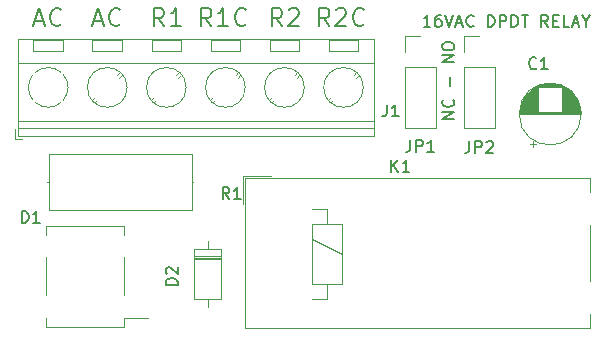
<source format=gbr>
%TF.GenerationSoftware,KiCad,Pcbnew,7.0.5*%
%TF.CreationDate,2023-09-05T23:41:28-04:00*%
%TF.ProjectId,relay-module,72656c61-792d-46d6-9f64-756c652e6b69,rev?*%
%TF.SameCoordinates,Original*%
%TF.FileFunction,Legend,Top*%
%TF.FilePolarity,Positive*%
%FSLAX46Y46*%
G04 Gerber Fmt 4.6, Leading zero omitted, Abs format (unit mm)*
G04 Created by KiCad (PCBNEW 7.0.5) date 2023-09-05 23:41:28*
%MOMM*%
%LPD*%
G01*
G04 APERTURE LIST*
%ADD10C,0.150000*%
%ADD11C,0.120000*%
G04 APERTURE END LIST*
D10*
X136860588Y-119869819D02*
X136289160Y-119869819D01*
X136574874Y-119869819D02*
X136574874Y-118869819D01*
X136574874Y-118869819D02*
X136479636Y-119012676D01*
X136479636Y-119012676D02*
X136384398Y-119107914D01*
X136384398Y-119107914D02*
X136289160Y-119155533D01*
X137717731Y-118869819D02*
X137527255Y-118869819D01*
X137527255Y-118869819D02*
X137432017Y-118917438D01*
X137432017Y-118917438D02*
X137384398Y-118965057D01*
X137384398Y-118965057D02*
X137289160Y-119107914D01*
X137289160Y-119107914D02*
X137241541Y-119298390D01*
X137241541Y-119298390D02*
X137241541Y-119679342D01*
X137241541Y-119679342D02*
X137289160Y-119774580D01*
X137289160Y-119774580D02*
X137336779Y-119822200D01*
X137336779Y-119822200D02*
X137432017Y-119869819D01*
X137432017Y-119869819D02*
X137622493Y-119869819D01*
X137622493Y-119869819D02*
X137717731Y-119822200D01*
X137717731Y-119822200D02*
X137765350Y-119774580D01*
X137765350Y-119774580D02*
X137812969Y-119679342D01*
X137812969Y-119679342D02*
X137812969Y-119441247D01*
X137812969Y-119441247D02*
X137765350Y-119346009D01*
X137765350Y-119346009D02*
X137717731Y-119298390D01*
X137717731Y-119298390D02*
X137622493Y-119250771D01*
X137622493Y-119250771D02*
X137432017Y-119250771D01*
X137432017Y-119250771D02*
X137336779Y-119298390D01*
X137336779Y-119298390D02*
X137289160Y-119346009D01*
X137289160Y-119346009D02*
X137241541Y-119441247D01*
X138098684Y-118869819D02*
X138432017Y-119869819D01*
X138432017Y-119869819D02*
X138765350Y-118869819D01*
X139051065Y-119584104D02*
X139527255Y-119584104D01*
X138955827Y-119869819D02*
X139289160Y-118869819D01*
X139289160Y-118869819D02*
X139622493Y-119869819D01*
X140527255Y-119774580D02*
X140479636Y-119822200D01*
X140479636Y-119822200D02*
X140336779Y-119869819D01*
X140336779Y-119869819D02*
X140241541Y-119869819D01*
X140241541Y-119869819D02*
X140098684Y-119822200D01*
X140098684Y-119822200D02*
X140003446Y-119726961D01*
X140003446Y-119726961D02*
X139955827Y-119631723D01*
X139955827Y-119631723D02*
X139908208Y-119441247D01*
X139908208Y-119441247D02*
X139908208Y-119298390D01*
X139908208Y-119298390D02*
X139955827Y-119107914D01*
X139955827Y-119107914D02*
X140003446Y-119012676D01*
X140003446Y-119012676D02*
X140098684Y-118917438D01*
X140098684Y-118917438D02*
X140241541Y-118869819D01*
X140241541Y-118869819D02*
X140336779Y-118869819D01*
X140336779Y-118869819D02*
X140479636Y-118917438D01*
X140479636Y-118917438D02*
X140527255Y-118965057D01*
X141717732Y-119869819D02*
X141717732Y-118869819D01*
X141717732Y-118869819D02*
X141955827Y-118869819D01*
X141955827Y-118869819D02*
X142098684Y-118917438D01*
X142098684Y-118917438D02*
X142193922Y-119012676D01*
X142193922Y-119012676D02*
X142241541Y-119107914D01*
X142241541Y-119107914D02*
X142289160Y-119298390D01*
X142289160Y-119298390D02*
X142289160Y-119441247D01*
X142289160Y-119441247D02*
X142241541Y-119631723D01*
X142241541Y-119631723D02*
X142193922Y-119726961D01*
X142193922Y-119726961D02*
X142098684Y-119822200D01*
X142098684Y-119822200D02*
X141955827Y-119869819D01*
X141955827Y-119869819D02*
X141717732Y-119869819D01*
X142717732Y-119869819D02*
X142717732Y-118869819D01*
X142717732Y-118869819D02*
X143098684Y-118869819D01*
X143098684Y-118869819D02*
X143193922Y-118917438D01*
X143193922Y-118917438D02*
X143241541Y-118965057D01*
X143241541Y-118965057D02*
X143289160Y-119060295D01*
X143289160Y-119060295D02*
X143289160Y-119203152D01*
X143289160Y-119203152D02*
X143241541Y-119298390D01*
X143241541Y-119298390D02*
X143193922Y-119346009D01*
X143193922Y-119346009D02*
X143098684Y-119393628D01*
X143098684Y-119393628D02*
X142717732Y-119393628D01*
X143717732Y-119869819D02*
X143717732Y-118869819D01*
X143717732Y-118869819D02*
X143955827Y-118869819D01*
X143955827Y-118869819D02*
X144098684Y-118917438D01*
X144098684Y-118917438D02*
X144193922Y-119012676D01*
X144193922Y-119012676D02*
X144241541Y-119107914D01*
X144241541Y-119107914D02*
X144289160Y-119298390D01*
X144289160Y-119298390D02*
X144289160Y-119441247D01*
X144289160Y-119441247D02*
X144241541Y-119631723D01*
X144241541Y-119631723D02*
X144193922Y-119726961D01*
X144193922Y-119726961D02*
X144098684Y-119822200D01*
X144098684Y-119822200D02*
X143955827Y-119869819D01*
X143955827Y-119869819D02*
X143717732Y-119869819D01*
X144574875Y-118869819D02*
X145146303Y-118869819D01*
X144860589Y-119869819D02*
X144860589Y-118869819D01*
X146812970Y-119869819D02*
X146479637Y-119393628D01*
X146241542Y-119869819D02*
X146241542Y-118869819D01*
X146241542Y-118869819D02*
X146622494Y-118869819D01*
X146622494Y-118869819D02*
X146717732Y-118917438D01*
X146717732Y-118917438D02*
X146765351Y-118965057D01*
X146765351Y-118965057D02*
X146812970Y-119060295D01*
X146812970Y-119060295D02*
X146812970Y-119203152D01*
X146812970Y-119203152D02*
X146765351Y-119298390D01*
X146765351Y-119298390D02*
X146717732Y-119346009D01*
X146717732Y-119346009D02*
X146622494Y-119393628D01*
X146622494Y-119393628D02*
X146241542Y-119393628D01*
X147241542Y-119346009D02*
X147574875Y-119346009D01*
X147717732Y-119869819D02*
X147241542Y-119869819D01*
X147241542Y-119869819D02*
X147241542Y-118869819D01*
X147241542Y-118869819D02*
X147717732Y-118869819D01*
X148622494Y-119869819D02*
X148146304Y-119869819D01*
X148146304Y-119869819D02*
X148146304Y-118869819D01*
X148908209Y-119584104D02*
X149384399Y-119584104D01*
X148812971Y-119869819D02*
X149146304Y-118869819D01*
X149146304Y-118869819D02*
X149479637Y-119869819D01*
X150003447Y-119393628D02*
X150003447Y-119869819D01*
X149670114Y-118869819D02*
X150003447Y-119393628D01*
X150003447Y-119393628D02*
X150336780Y-118869819D01*
X118312969Y-119808628D02*
X117812969Y-119094342D01*
X117455826Y-119808628D02*
X117455826Y-118308628D01*
X117455826Y-118308628D02*
X118027255Y-118308628D01*
X118027255Y-118308628D02*
X118170112Y-118380057D01*
X118170112Y-118380057D02*
X118241541Y-118451485D01*
X118241541Y-118451485D02*
X118312969Y-118594342D01*
X118312969Y-118594342D02*
X118312969Y-118808628D01*
X118312969Y-118808628D02*
X118241541Y-118951485D01*
X118241541Y-118951485D02*
X118170112Y-119022914D01*
X118170112Y-119022914D02*
X118027255Y-119094342D01*
X118027255Y-119094342D02*
X117455826Y-119094342D01*
X119741541Y-119808628D02*
X118884398Y-119808628D01*
X119312969Y-119808628D02*
X119312969Y-118308628D01*
X119312969Y-118308628D02*
X119170112Y-118522914D01*
X119170112Y-118522914D02*
X119027255Y-118665771D01*
X119027255Y-118665771D02*
X118884398Y-118737200D01*
X121241540Y-119665771D02*
X121170112Y-119737200D01*
X121170112Y-119737200D02*
X120955826Y-119808628D01*
X120955826Y-119808628D02*
X120812969Y-119808628D01*
X120812969Y-119808628D02*
X120598683Y-119737200D01*
X120598683Y-119737200D02*
X120455826Y-119594342D01*
X120455826Y-119594342D02*
X120384397Y-119451485D01*
X120384397Y-119451485D02*
X120312969Y-119165771D01*
X120312969Y-119165771D02*
X120312969Y-118951485D01*
X120312969Y-118951485D02*
X120384397Y-118665771D01*
X120384397Y-118665771D02*
X120455826Y-118522914D01*
X120455826Y-118522914D02*
X120598683Y-118380057D01*
X120598683Y-118380057D02*
X120812969Y-118308628D01*
X120812969Y-118308628D02*
X120955826Y-118308628D01*
X120955826Y-118308628D02*
X121170112Y-118380057D01*
X121170112Y-118380057D02*
X121241540Y-118451485D01*
X124312969Y-119808628D02*
X123812969Y-119094342D01*
X123455826Y-119808628D02*
X123455826Y-118308628D01*
X123455826Y-118308628D02*
X124027255Y-118308628D01*
X124027255Y-118308628D02*
X124170112Y-118380057D01*
X124170112Y-118380057D02*
X124241541Y-118451485D01*
X124241541Y-118451485D02*
X124312969Y-118594342D01*
X124312969Y-118594342D02*
X124312969Y-118808628D01*
X124312969Y-118808628D02*
X124241541Y-118951485D01*
X124241541Y-118951485D02*
X124170112Y-119022914D01*
X124170112Y-119022914D02*
X124027255Y-119094342D01*
X124027255Y-119094342D02*
X123455826Y-119094342D01*
X124884398Y-118451485D02*
X124955826Y-118380057D01*
X124955826Y-118380057D02*
X125098684Y-118308628D01*
X125098684Y-118308628D02*
X125455826Y-118308628D01*
X125455826Y-118308628D02*
X125598684Y-118380057D01*
X125598684Y-118380057D02*
X125670112Y-118451485D01*
X125670112Y-118451485D02*
X125741541Y-118594342D01*
X125741541Y-118594342D02*
X125741541Y-118737200D01*
X125741541Y-118737200D02*
X125670112Y-118951485D01*
X125670112Y-118951485D02*
X124812969Y-119808628D01*
X124812969Y-119808628D02*
X125741541Y-119808628D01*
X114312969Y-119808628D02*
X113812969Y-119094342D01*
X113455826Y-119808628D02*
X113455826Y-118308628D01*
X113455826Y-118308628D02*
X114027255Y-118308628D01*
X114027255Y-118308628D02*
X114170112Y-118380057D01*
X114170112Y-118380057D02*
X114241541Y-118451485D01*
X114241541Y-118451485D02*
X114312969Y-118594342D01*
X114312969Y-118594342D02*
X114312969Y-118808628D01*
X114312969Y-118808628D02*
X114241541Y-118951485D01*
X114241541Y-118951485D02*
X114170112Y-119022914D01*
X114170112Y-119022914D02*
X114027255Y-119094342D01*
X114027255Y-119094342D02*
X113455826Y-119094342D01*
X115741541Y-119808628D02*
X114884398Y-119808628D01*
X115312969Y-119808628D02*
X115312969Y-118308628D01*
X115312969Y-118308628D02*
X115170112Y-118522914D01*
X115170112Y-118522914D02*
X115027255Y-118665771D01*
X115027255Y-118665771D02*
X114884398Y-118737200D01*
X128312969Y-119808628D02*
X127812969Y-119094342D01*
X127455826Y-119808628D02*
X127455826Y-118308628D01*
X127455826Y-118308628D02*
X128027255Y-118308628D01*
X128027255Y-118308628D02*
X128170112Y-118380057D01*
X128170112Y-118380057D02*
X128241541Y-118451485D01*
X128241541Y-118451485D02*
X128312969Y-118594342D01*
X128312969Y-118594342D02*
X128312969Y-118808628D01*
X128312969Y-118808628D02*
X128241541Y-118951485D01*
X128241541Y-118951485D02*
X128170112Y-119022914D01*
X128170112Y-119022914D02*
X128027255Y-119094342D01*
X128027255Y-119094342D02*
X127455826Y-119094342D01*
X128884398Y-118451485D02*
X128955826Y-118380057D01*
X128955826Y-118380057D02*
X129098684Y-118308628D01*
X129098684Y-118308628D02*
X129455826Y-118308628D01*
X129455826Y-118308628D02*
X129598684Y-118380057D01*
X129598684Y-118380057D02*
X129670112Y-118451485D01*
X129670112Y-118451485D02*
X129741541Y-118594342D01*
X129741541Y-118594342D02*
X129741541Y-118737200D01*
X129741541Y-118737200D02*
X129670112Y-118951485D01*
X129670112Y-118951485D02*
X128812969Y-119808628D01*
X128812969Y-119808628D02*
X129741541Y-119808628D01*
X131241540Y-119665771D02*
X131170112Y-119737200D01*
X131170112Y-119737200D02*
X130955826Y-119808628D01*
X130955826Y-119808628D02*
X130812969Y-119808628D01*
X130812969Y-119808628D02*
X130598683Y-119737200D01*
X130598683Y-119737200D02*
X130455826Y-119594342D01*
X130455826Y-119594342D02*
X130384397Y-119451485D01*
X130384397Y-119451485D02*
X130312969Y-119165771D01*
X130312969Y-119165771D02*
X130312969Y-118951485D01*
X130312969Y-118951485D02*
X130384397Y-118665771D01*
X130384397Y-118665771D02*
X130455826Y-118522914D01*
X130455826Y-118522914D02*
X130598683Y-118380057D01*
X130598683Y-118380057D02*
X130812969Y-118308628D01*
X130812969Y-118308628D02*
X130955826Y-118308628D01*
X130955826Y-118308628D02*
X131170112Y-118380057D01*
X131170112Y-118380057D02*
X131241540Y-118451485D01*
X138869819Y-127663220D02*
X137869819Y-127663220D01*
X137869819Y-127663220D02*
X138869819Y-127091792D01*
X138869819Y-127091792D02*
X137869819Y-127091792D01*
X138774580Y-126044173D02*
X138822200Y-126091792D01*
X138822200Y-126091792D02*
X138869819Y-126234649D01*
X138869819Y-126234649D02*
X138869819Y-126329887D01*
X138869819Y-126329887D02*
X138822200Y-126472744D01*
X138822200Y-126472744D02*
X138726961Y-126567982D01*
X138726961Y-126567982D02*
X138631723Y-126615601D01*
X138631723Y-126615601D02*
X138441247Y-126663220D01*
X138441247Y-126663220D02*
X138298390Y-126663220D01*
X138298390Y-126663220D02*
X138107914Y-126615601D01*
X138107914Y-126615601D02*
X138012676Y-126567982D01*
X138012676Y-126567982D02*
X137917438Y-126472744D01*
X137917438Y-126472744D02*
X137869819Y-126329887D01*
X137869819Y-126329887D02*
X137869819Y-126234649D01*
X137869819Y-126234649D02*
X137917438Y-126091792D01*
X137917438Y-126091792D02*
X137965057Y-126044173D01*
X138488866Y-124853696D02*
X138488866Y-124091792D01*
X138869819Y-122853696D02*
X137869819Y-122853696D01*
X137869819Y-122853696D02*
X138869819Y-122282268D01*
X138869819Y-122282268D02*
X137869819Y-122282268D01*
X137869819Y-121615601D02*
X137869819Y-121425125D01*
X137869819Y-121425125D02*
X137917438Y-121329887D01*
X137917438Y-121329887D02*
X138012676Y-121234649D01*
X138012676Y-121234649D02*
X138203152Y-121187030D01*
X138203152Y-121187030D02*
X138536485Y-121187030D01*
X138536485Y-121187030D02*
X138726961Y-121234649D01*
X138726961Y-121234649D02*
X138822200Y-121329887D01*
X138822200Y-121329887D02*
X138869819Y-121425125D01*
X138869819Y-121425125D02*
X138869819Y-121615601D01*
X138869819Y-121615601D02*
X138822200Y-121710839D01*
X138822200Y-121710839D02*
X138726961Y-121806077D01*
X138726961Y-121806077D02*
X138536485Y-121853696D01*
X138536485Y-121853696D02*
X138203152Y-121853696D01*
X138203152Y-121853696D02*
X138012676Y-121806077D01*
X138012676Y-121806077D02*
X137917438Y-121710839D01*
X137917438Y-121710839D02*
X137869819Y-121615601D01*
X103384398Y-119380057D02*
X104098684Y-119380057D01*
X103241541Y-119808628D02*
X103741541Y-118308628D01*
X103741541Y-118308628D02*
X104241541Y-119808628D01*
X105598683Y-119665771D02*
X105527255Y-119737200D01*
X105527255Y-119737200D02*
X105312969Y-119808628D01*
X105312969Y-119808628D02*
X105170112Y-119808628D01*
X105170112Y-119808628D02*
X104955826Y-119737200D01*
X104955826Y-119737200D02*
X104812969Y-119594342D01*
X104812969Y-119594342D02*
X104741540Y-119451485D01*
X104741540Y-119451485D02*
X104670112Y-119165771D01*
X104670112Y-119165771D02*
X104670112Y-118951485D01*
X104670112Y-118951485D02*
X104741540Y-118665771D01*
X104741540Y-118665771D02*
X104812969Y-118522914D01*
X104812969Y-118522914D02*
X104955826Y-118380057D01*
X104955826Y-118380057D02*
X105170112Y-118308628D01*
X105170112Y-118308628D02*
X105312969Y-118308628D01*
X105312969Y-118308628D02*
X105527255Y-118380057D01*
X105527255Y-118380057D02*
X105598683Y-118451485D01*
X108384398Y-119380057D02*
X109098684Y-119380057D01*
X108241541Y-119808628D02*
X108741541Y-118308628D01*
X108741541Y-118308628D02*
X109241541Y-119808628D01*
X110598683Y-119665771D02*
X110527255Y-119737200D01*
X110527255Y-119737200D02*
X110312969Y-119808628D01*
X110312969Y-119808628D02*
X110170112Y-119808628D01*
X110170112Y-119808628D02*
X109955826Y-119737200D01*
X109955826Y-119737200D02*
X109812969Y-119594342D01*
X109812969Y-119594342D02*
X109741540Y-119451485D01*
X109741540Y-119451485D02*
X109670112Y-119165771D01*
X109670112Y-119165771D02*
X109670112Y-118951485D01*
X109670112Y-118951485D02*
X109741540Y-118665771D01*
X109741540Y-118665771D02*
X109812969Y-118522914D01*
X109812969Y-118522914D02*
X109955826Y-118380057D01*
X109955826Y-118380057D02*
X110170112Y-118308628D01*
X110170112Y-118308628D02*
X110312969Y-118308628D01*
X110312969Y-118308628D02*
X110527255Y-118380057D01*
X110527255Y-118380057D02*
X110598683Y-118451485D01*
%TO.C,JP2*%
X140166666Y-129534819D02*
X140166666Y-130249104D01*
X140166666Y-130249104D02*
X140119047Y-130391961D01*
X140119047Y-130391961D02*
X140023809Y-130487200D01*
X140023809Y-130487200D02*
X139880952Y-130534819D01*
X139880952Y-130534819D02*
X139785714Y-130534819D01*
X140642857Y-130534819D02*
X140642857Y-129534819D01*
X140642857Y-129534819D02*
X141023809Y-129534819D01*
X141023809Y-129534819D02*
X141119047Y-129582438D01*
X141119047Y-129582438D02*
X141166666Y-129630057D01*
X141166666Y-129630057D02*
X141214285Y-129725295D01*
X141214285Y-129725295D02*
X141214285Y-129868152D01*
X141214285Y-129868152D02*
X141166666Y-129963390D01*
X141166666Y-129963390D02*
X141119047Y-130011009D01*
X141119047Y-130011009D02*
X141023809Y-130058628D01*
X141023809Y-130058628D02*
X140642857Y-130058628D01*
X141595238Y-129630057D02*
X141642857Y-129582438D01*
X141642857Y-129582438D02*
X141738095Y-129534819D01*
X141738095Y-129534819D02*
X141976190Y-129534819D01*
X141976190Y-129534819D02*
X142071428Y-129582438D01*
X142071428Y-129582438D02*
X142119047Y-129630057D01*
X142119047Y-129630057D02*
X142166666Y-129725295D01*
X142166666Y-129725295D02*
X142166666Y-129820533D01*
X142166666Y-129820533D02*
X142119047Y-129963390D01*
X142119047Y-129963390D02*
X141547619Y-130534819D01*
X141547619Y-130534819D02*
X142166666Y-130534819D01*
%TO.C,R1*%
X119833333Y-134454819D02*
X119500000Y-133978628D01*
X119261905Y-134454819D02*
X119261905Y-133454819D01*
X119261905Y-133454819D02*
X119642857Y-133454819D01*
X119642857Y-133454819D02*
X119738095Y-133502438D01*
X119738095Y-133502438D02*
X119785714Y-133550057D01*
X119785714Y-133550057D02*
X119833333Y-133645295D01*
X119833333Y-133645295D02*
X119833333Y-133788152D01*
X119833333Y-133788152D02*
X119785714Y-133883390D01*
X119785714Y-133883390D02*
X119738095Y-133931009D01*
X119738095Y-133931009D02*
X119642857Y-133978628D01*
X119642857Y-133978628D02*
X119261905Y-133978628D01*
X120785714Y-134454819D02*
X120214286Y-134454819D01*
X120500000Y-134454819D02*
X120500000Y-133454819D01*
X120500000Y-133454819D02*
X120404762Y-133597676D01*
X120404762Y-133597676D02*
X120309524Y-133692914D01*
X120309524Y-133692914D02*
X120214286Y-133740533D01*
%TO.C,K1*%
X133554405Y-132147319D02*
X133554405Y-131147319D01*
X134125833Y-132147319D02*
X133697262Y-131575890D01*
X134125833Y-131147319D02*
X133554405Y-131718747D01*
X135078214Y-132147319D02*
X134506786Y-132147319D01*
X134792500Y-132147319D02*
X134792500Y-131147319D01*
X134792500Y-131147319D02*
X134697262Y-131290176D01*
X134697262Y-131290176D02*
X134602024Y-131385414D01*
X134602024Y-131385414D02*
X134506786Y-131433033D01*
%TO.C,JP1*%
X135166666Y-129454819D02*
X135166666Y-130169104D01*
X135166666Y-130169104D02*
X135119047Y-130311961D01*
X135119047Y-130311961D02*
X135023809Y-130407200D01*
X135023809Y-130407200D02*
X134880952Y-130454819D01*
X134880952Y-130454819D02*
X134785714Y-130454819D01*
X135642857Y-130454819D02*
X135642857Y-129454819D01*
X135642857Y-129454819D02*
X136023809Y-129454819D01*
X136023809Y-129454819D02*
X136119047Y-129502438D01*
X136119047Y-129502438D02*
X136166666Y-129550057D01*
X136166666Y-129550057D02*
X136214285Y-129645295D01*
X136214285Y-129645295D02*
X136214285Y-129788152D01*
X136214285Y-129788152D02*
X136166666Y-129883390D01*
X136166666Y-129883390D02*
X136119047Y-129931009D01*
X136119047Y-129931009D02*
X136023809Y-129978628D01*
X136023809Y-129978628D02*
X135642857Y-129978628D01*
X137166666Y-130454819D02*
X136595238Y-130454819D01*
X136880952Y-130454819D02*
X136880952Y-129454819D01*
X136880952Y-129454819D02*
X136785714Y-129597676D01*
X136785714Y-129597676D02*
X136690476Y-129692914D01*
X136690476Y-129692914D02*
X136595238Y-129740533D01*
%TO.C,J1*%
X133166666Y-126454819D02*
X133166666Y-127169104D01*
X133166666Y-127169104D02*
X133119047Y-127311961D01*
X133119047Y-127311961D02*
X133023809Y-127407200D01*
X133023809Y-127407200D02*
X132880952Y-127454819D01*
X132880952Y-127454819D02*
X132785714Y-127454819D01*
X134166666Y-127454819D02*
X133595238Y-127454819D01*
X133880952Y-127454819D02*
X133880952Y-126454819D01*
X133880952Y-126454819D02*
X133785714Y-126597676D01*
X133785714Y-126597676D02*
X133690476Y-126692914D01*
X133690476Y-126692914D02*
X133595238Y-126740533D01*
%TO.C,D2*%
X115454819Y-141738094D02*
X114454819Y-141738094D01*
X114454819Y-141738094D02*
X114454819Y-141499999D01*
X114454819Y-141499999D02*
X114502438Y-141357142D01*
X114502438Y-141357142D02*
X114597676Y-141261904D01*
X114597676Y-141261904D02*
X114692914Y-141214285D01*
X114692914Y-141214285D02*
X114883390Y-141166666D01*
X114883390Y-141166666D02*
X115026247Y-141166666D01*
X115026247Y-141166666D02*
X115216723Y-141214285D01*
X115216723Y-141214285D02*
X115311961Y-141261904D01*
X115311961Y-141261904D02*
X115407200Y-141357142D01*
X115407200Y-141357142D02*
X115454819Y-141499999D01*
X115454819Y-141499999D02*
X115454819Y-141738094D01*
X114550057Y-140785713D02*
X114502438Y-140738094D01*
X114502438Y-140738094D02*
X114454819Y-140642856D01*
X114454819Y-140642856D02*
X114454819Y-140404761D01*
X114454819Y-140404761D02*
X114502438Y-140309523D01*
X114502438Y-140309523D02*
X114550057Y-140261904D01*
X114550057Y-140261904D02*
X114645295Y-140214285D01*
X114645295Y-140214285D02*
X114740533Y-140214285D01*
X114740533Y-140214285D02*
X114883390Y-140261904D01*
X114883390Y-140261904D02*
X115454819Y-140833332D01*
X115454819Y-140833332D02*
X115454819Y-140214285D01*
%TO.C,D1*%
X102261905Y-136454819D02*
X102261905Y-135454819D01*
X102261905Y-135454819D02*
X102500000Y-135454819D01*
X102500000Y-135454819D02*
X102642857Y-135502438D01*
X102642857Y-135502438D02*
X102738095Y-135597676D01*
X102738095Y-135597676D02*
X102785714Y-135692914D01*
X102785714Y-135692914D02*
X102833333Y-135883390D01*
X102833333Y-135883390D02*
X102833333Y-136026247D01*
X102833333Y-136026247D02*
X102785714Y-136216723D01*
X102785714Y-136216723D02*
X102738095Y-136311961D01*
X102738095Y-136311961D02*
X102642857Y-136407200D01*
X102642857Y-136407200D02*
X102500000Y-136454819D01*
X102500000Y-136454819D02*
X102261905Y-136454819D01*
X103785714Y-136454819D02*
X103214286Y-136454819D01*
X103500000Y-136454819D02*
X103500000Y-135454819D01*
X103500000Y-135454819D02*
X103404762Y-135597676D01*
X103404762Y-135597676D02*
X103309524Y-135692914D01*
X103309524Y-135692914D02*
X103214286Y-135740533D01*
%TO.C,C1*%
X145833333Y-123359580D02*
X145785714Y-123407200D01*
X145785714Y-123407200D02*
X145642857Y-123454819D01*
X145642857Y-123454819D02*
X145547619Y-123454819D01*
X145547619Y-123454819D02*
X145404762Y-123407200D01*
X145404762Y-123407200D02*
X145309524Y-123311961D01*
X145309524Y-123311961D02*
X145261905Y-123216723D01*
X145261905Y-123216723D02*
X145214286Y-123026247D01*
X145214286Y-123026247D02*
X145214286Y-122883390D01*
X145214286Y-122883390D02*
X145261905Y-122692914D01*
X145261905Y-122692914D02*
X145309524Y-122597676D01*
X145309524Y-122597676D02*
X145404762Y-122502438D01*
X145404762Y-122502438D02*
X145547619Y-122454819D01*
X145547619Y-122454819D02*
X145642857Y-122454819D01*
X145642857Y-122454819D02*
X145785714Y-122502438D01*
X145785714Y-122502438D02*
X145833333Y-122550057D01*
X146785714Y-123454819D02*
X146214286Y-123454819D01*
X146500000Y-123454819D02*
X146500000Y-122454819D01*
X146500000Y-122454819D02*
X146404762Y-122597676D01*
X146404762Y-122597676D02*
X146309524Y-122692914D01*
X146309524Y-122692914D02*
X146214286Y-122740533D01*
D11*
%TO.C,JP2*%
X139670000Y-120670000D02*
X141000000Y-120670000D01*
X139670000Y-122000000D02*
X139670000Y-120670000D01*
X139670000Y-123270000D02*
X139670000Y-128410000D01*
X139670000Y-123270000D02*
X142330000Y-123270000D01*
X139670000Y-128410000D02*
X142330000Y-128410000D01*
X142330000Y-123270000D02*
X142330000Y-128410000D01*
%TO.C,R1*%
X116800000Y-133000000D02*
X116690000Y-133000000D01*
X116690000Y-135370000D02*
X116690000Y-130630000D01*
X116690000Y-130630000D02*
X104550000Y-130630000D01*
X104550000Y-135370000D02*
X116690000Y-135370000D01*
X104550000Y-130630000D02*
X104550000Y-135370000D01*
X104440000Y-133000000D02*
X104550000Y-133000000D01*
%TO.C,K1*%
X120992500Y-134892500D02*
X120992500Y-132492500D01*
X121192500Y-132692500D02*
X150392500Y-132692500D01*
X121192500Y-145392500D02*
X121192500Y-132692500D01*
X123392500Y-132492500D02*
X120992500Y-132492500D01*
X126832500Y-135292500D02*
X128102500Y-135292500D01*
X126832500Y-136562500D02*
X128102500Y-136562500D01*
X126832500Y-137832500D02*
X129372500Y-139102500D01*
X126832500Y-141642500D02*
X126832500Y-136562500D01*
X128102500Y-135292500D02*
X128102500Y-136562500D01*
X128102500Y-136562500D02*
X129372500Y-136562500D01*
X128102500Y-141642500D02*
X128102500Y-142912500D01*
X128102500Y-142912500D02*
X126832500Y-142912500D01*
X129372500Y-136562500D02*
X129372500Y-141642500D01*
X129372500Y-141642500D02*
X126832500Y-141642500D01*
X150392500Y-132692500D02*
X150392500Y-133892500D01*
X150392500Y-136692500D02*
X150392500Y-141392500D01*
X150392500Y-144192500D02*
X150392500Y-145392500D01*
X150392500Y-145392500D02*
X121192500Y-145392500D01*
%TO.C,JP1*%
X134670000Y-120670000D02*
X136000000Y-120670000D01*
X134670000Y-122000000D02*
X134670000Y-120670000D01*
X134670000Y-123270000D02*
X134670000Y-128410000D01*
X134670000Y-123270000D02*
X137330000Y-123270000D01*
X134670000Y-128410000D02*
X137330000Y-128410000D01*
X137330000Y-123270000D02*
X137330000Y-128410000D01*
%TO.C,J1*%
X101700000Y-128510000D02*
X101700000Y-129350000D01*
X101700000Y-129350000D02*
X102300000Y-129350000D01*
X101940000Y-120890000D02*
X101940000Y-129110000D01*
X101940000Y-120890000D02*
X132060000Y-120890000D01*
X101940000Y-122950000D02*
X132060000Y-122950000D01*
X101940000Y-127850000D02*
X132060000Y-127850000D01*
X101940000Y-128450000D02*
X132060000Y-128450000D01*
X101940000Y-129110000D02*
X132060000Y-129110000D01*
X103250000Y-120950000D02*
X103250000Y-121950000D01*
X103250000Y-120950000D02*
X105750000Y-120950000D01*
X103250000Y-121950000D02*
X105750000Y-121950000D01*
X105750000Y-120950000D02*
X105750000Y-121950000D01*
X108250000Y-120950000D02*
X108250000Y-121950000D01*
X108250000Y-120950000D02*
X110750000Y-120950000D01*
X108250000Y-121950000D02*
X110750000Y-121950000D01*
X108472000Y-125823000D02*
X108226000Y-126069000D01*
X108630000Y-126075000D02*
X108431000Y-126274000D01*
X110570000Y-123725000D02*
X110359000Y-123936000D01*
X110750000Y-120950000D02*
X110750000Y-121950000D01*
X110775000Y-123931000D02*
X110529000Y-124177000D01*
X113250000Y-120950000D02*
X113250000Y-121950000D01*
X113250000Y-120950000D02*
X115750000Y-120950000D01*
X113250000Y-121950000D02*
X115750000Y-121950000D01*
X113472000Y-125823000D02*
X113226000Y-126069000D01*
X113630000Y-126075000D02*
X113431000Y-126274000D01*
X115570000Y-123725000D02*
X115359000Y-123936000D01*
X115750000Y-120950000D02*
X115750000Y-121950000D01*
X115775000Y-123931000D02*
X115529000Y-124177000D01*
X118250000Y-120950000D02*
X118250000Y-121950000D01*
X118250000Y-120950000D02*
X120750000Y-120950000D01*
X118250000Y-121950000D02*
X120750000Y-121950000D01*
X118472000Y-125823000D02*
X118226000Y-126069000D01*
X118630000Y-126075000D02*
X118431000Y-126274000D01*
X120570000Y-123725000D02*
X120359000Y-123936000D01*
X120750000Y-120950000D02*
X120750000Y-121950000D01*
X120775000Y-123931000D02*
X120529000Y-124177000D01*
X123250000Y-120950000D02*
X123250000Y-121950000D01*
X123250000Y-120950000D02*
X125750000Y-120950000D01*
X123250000Y-121950000D02*
X125750000Y-121950000D01*
X123472000Y-125823000D02*
X123226000Y-126069000D01*
X123630000Y-126075000D02*
X123431000Y-126274000D01*
X125570000Y-123725000D02*
X125359000Y-123936000D01*
X125750000Y-120950000D02*
X125750000Y-121950000D01*
X125775000Y-123931000D02*
X125529000Y-124177000D01*
X128250000Y-120950000D02*
X128250000Y-121950000D01*
X128250000Y-120950000D02*
X130750000Y-120950000D01*
X128250000Y-121950000D02*
X130750000Y-121950000D01*
X128472000Y-125823000D02*
X128226000Y-126069000D01*
X128630000Y-126075000D02*
X128431000Y-126274000D01*
X130570000Y-123725000D02*
X130359000Y-123936000D01*
X130750000Y-120950000D02*
X130750000Y-121950000D01*
X130775000Y-123931000D02*
X130529000Y-124177000D01*
X132060000Y-120890000D02*
X132060000Y-129110000D01*
X103213001Y-123919001D02*
G75*
G03*
X103211938Y-126079734I1286999J-1080999D01*
G01*
X105580000Y-123713000D02*
G75*
G03*
X103420092Y-123712922I-1080000J-1287001D01*
G01*
X103419001Y-126286999D02*
G75*
G03*
X104528507Y-126680510I1080999J1286999D01*
G01*
X104500000Y-126680000D02*
G75*
G03*
X105579883Y-126286955I2J1679994D01*
G01*
X105787000Y-126080000D02*
G75*
G03*
X105787078Y-123920092I-1287001J1080000D01*
G01*
X111180000Y-125000000D02*
G75*
G03*
X111180000Y-125000000I-1680000J0D01*
G01*
X116180000Y-125000000D02*
G75*
G03*
X116180000Y-125000000I-1680000J0D01*
G01*
X121180000Y-125000000D02*
G75*
G03*
X121180000Y-125000000I-1680000J0D01*
G01*
X126180000Y-125000000D02*
G75*
G03*
X126180000Y-125000000I-1680000J0D01*
G01*
X131180000Y-125000000D02*
G75*
G03*
X131180000Y-125000000I-1680000J0D01*
G01*
%TO.C,D2*%
X118000000Y-138040000D02*
X118000000Y-138690000D01*
X119120000Y-138690000D02*
X116880000Y-138690000D01*
X116880000Y-138690000D02*
X116880000Y-142930000D01*
X119120000Y-139290000D02*
X116880000Y-139290000D01*
X119120000Y-139410000D02*
X116880000Y-139410000D01*
X119120000Y-139530000D02*
X116880000Y-139530000D01*
X119120000Y-142930000D02*
X119120000Y-138690000D01*
X116880000Y-142930000D02*
X119120000Y-142930000D01*
X118000000Y-143580000D02*
X118000000Y-142930000D01*
%TO.C,D1*%
X112964000Y-144556000D02*
X112964000Y-144556000D01*
X110932000Y-145318000D02*
X110932000Y-144556000D01*
X110932000Y-144556000D02*
X112964000Y-144556000D01*
X110930000Y-145300000D02*
X104330000Y-145300000D01*
X110930000Y-142600000D02*
X110930000Y-139400000D01*
X110930000Y-137500000D02*
X110930000Y-136700000D01*
X110930000Y-136700000D02*
X104330000Y-136700000D01*
X104330000Y-142600000D02*
X104330000Y-139400000D01*
X104330000Y-136700000D02*
X104330000Y-137500000D01*
X104328000Y-145318000D02*
X104328000Y-145318000D01*
X104328000Y-144556000D02*
X104328000Y-145318000D01*
%TO.C,C1*%
X145525000Y-130054775D02*
X145525000Y-129554775D01*
X145275000Y-129804775D02*
X145775000Y-129804775D01*
X144420000Y-127250000D02*
X149580000Y-127250000D01*
X144420000Y-127210000D02*
X149580000Y-127210000D01*
X144421000Y-127170000D02*
X149579000Y-127170000D01*
X144422000Y-127130000D02*
X149578000Y-127130000D01*
X144424000Y-127090000D02*
X149576000Y-127090000D01*
X144427000Y-127050000D02*
X149573000Y-127050000D01*
X144431000Y-127010000D02*
X145960000Y-127010000D01*
X148040000Y-127010000D02*
X149569000Y-127010000D01*
X144435000Y-126970000D02*
X145960000Y-126970000D01*
X148040000Y-126970000D02*
X149565000Y-126970000D01*
X144439000Y-126930000D02*
X145960000Y-126930000D01*
X148040000Y-126930000D02*
X149561000Y-126930000D01*
X144444000Y-126890000D02*
X145960000Y-126890000D01*
X148040000Y-126890000D02*
X149556000Y-126890000D01*
X144450000Y-126850000D02*
X145960000Y-126850000D01*
X148040000Y-126850000D02*
X149550000Y-126850000D01*
X144457000Y-126810000D02*
X145960000Y-126810000D01*
X148040000Y-126810000D02*
X149543000Y-126810000D01*
X144464000Y-126770000D02*
X145960000Y-126770000D01*
X148040000Y-126770000D02*
X149536000Y-126770000D01*
X144472000Y-126730000D02*
X145960000Y-126730000D01*
X148040000Y-126730000D02*
X149528000Y-126730000D01*
X144480000Y-126690000D02*
X145960000Y-126690000D01*
X148040000Y-126690000D02*
X149520000Y-126690000D01*
X144489000Y-126650000D02*
X145960000Y-126650000D01*
X148040000Y-126650000D02*
X149511000Y-126650000D01*
X144499000Y-126610000D02*
X145960000Y-126610000D01*
X148040000Y-126610000D02*
X149501000Y-126610000D01*
X144509000Y-126570000D02*
X145960000Y-126570000D01*
X148040000Y-126570000D02*
X149491000Y-126570000D01*
X144520000Y-126529000D02*
X145960000Y-126529000D01*
X148040000Y-126529000D02*
X149480000Y-126529000D01*
X144532000Y-126489000D02*
X145960000Y-126489000D01*
X148040000Y-126489000D02*
X149468000Y-126489000D01*
X144545000Y-126449000D02*
X145960000Y-126449000D01*
X148040000Y-126449000D02*
X149455000Y-126449000D01*
X144558000Y-126409000D02*
X145960000Y-126409000D01*
X148040000Y-126409000D02*
X149442000Y-126409000D01*
X144572000Y-126369000D02*
X145960000Y-126369000D01*
X148040000Y-126369000D02*
X149428000Y-126369000D01*
X144586000Y-126329000D02*
X145960000Y-126329000D01*
X148040000Y-126329000D02*
X149414000Y-126329000D01*
X144602000Y-126289000D02*
X145960000Y-126289000D01*
X148040000Y-126289000D02*
X149398000Y-126289000D01*
X144618000Y-126249000D02*
X145960000Y-126249000D01*
X148040000Y-126249000D02*
X149382000Y-126249000D01*
X144635000Y-126209000D02*
X145960000Y-126209000D01*
X148040000Y-126209000D02*
X149365000Y-126209000D01*
X144652000Y-126169000D02*
X145960000Y-126169000D01*
X148040000Y-126169000D02*
X149348000Y-126169000D01*
X144671000Y-126129000D02*
X145960000Y-126129000D01*
X148040000Y-126129000D02*
X149329000Y-126129000D01*
X144690000Y-126089000D02*
X145960000Y-126089000D01*
X148040000Y-126089000D02*
X149310000Y-126089000D01*
X144710000Y-126049000D02*
X145960000Y-126049000D01*
X148040000Y-126049000D02*
X149290000Y-126049000D01*
X144732000Y-126009000D02*
X145960000Y-126009000D01*
X148040000Y-126009000D02*
X149268000Y-126009000D01*
X144753000Y-125969000D02*
X145960000Y-125969000D01*
X148040000Y-125969000D02*
X149247000Y-125969000D01*
X144776000Y-125929000D02*
X145960000Y-125929000D01*
X148040000Y-125929000D02*
X149224000Y-125929000D01*
X144800000Y-125889000D02*
X145960000Y-125889000D01*
X148040000Y-125889000D02*
X149200000Y-125889000D01*
X144825000Y-125849000D02*
X145960000Y-125849000D01*
X148040000Y-125849000D02*
X149175000Y-125849000D01*
X144851000Y-125809000D02*
X145960000Y-125809000D01*
X148040000Y-125809000D02*
X149149000Y-125809000D01*
X144878000Y-125769000D02*
X145960000Y-125769000D01*
X148040000Y-125769000D02*
X149122000Y-125769000D01*
X144905000Y-125729000D02*
X145960000Y-125729000D01*
X148040000Y-125729000D02*
X149095000Y-125729000D01*
X144935000Y-125689000D02*
X145960000Y-125689000D01*
X148040000Y-125689000D02*
X149065000Y-125689000D01*
X144965000Y-125649000D02*
X145960000Y-125649000D01*
X148040000Y-125649000D02*
X149035000Y-125649000D01*
X144996000Y-125609000D02*
X145960000Y-125609000D01*
X148040000Y-125609000D02*
X149004000Y-125609000D01*
X145029000Y-125569000D02*
X145960000Y-125569000D01*
X148040000Y-125569000D02*
X148971000Y-125569000D01*
X145063000Y-125529000D02*
X145960000Y-125529000D01*
X148040000Y-125529000D02*
X148937000Y-125529000D01*
X145099000Y-125489000D02*
X145960000Y-125489000D01*
X148040000Y-125489000D02*
X148901000Y-125489000D01*
X145136000Y-125449000D02*
X145960000Y-125449000D01*
X148040000Y-125449000D02*
X148864000Y-125449000D01*
X145174000Y-125409000D02*
X145960000Y-125409000D01*
X148040000Y-125409000D02*
X148826000Y-125409000D01*
X145215000Y-125369000D02*
X145960000Y-125369000D01*
X148040000Y-125369000D02*
X148785000Y-125369000D01*
X145257000Y-125329000D02*
X145960000Y-125329000D01*
X148040000Y-125329000D02*
X148743000Y-125329000D01*
X145301000Y-125289000D02*
X145960000Y-125289000D01*
X148040000Y-125289000D02*
X148699000Y-125289000D01*
X145347000Y-125249000D02*
X145960000Y-125249000D01*
X148040000Y-125249000D02*
X148653000Y-125249000D01*
X145395000Y-125209000D02*
X145960000Y-125209000D01*
X148040000Y-125209000D02*
X148605000Y-125209000D01*
X145446000Y-125169000D02*
X145960000Y-125169000D01*
X148040000Y-125169000D02*
X148554000Y-125169000D01*
X145500000Y-125129000D02*
X145960000Y-125129000D01*
X148040000Y-125129000D02*
X148500000Y-125129000D01*
X145557000Y-125089000D02*
X145960000Y-125089000D01*
X148040000Y-125089000D02*
X148443000Y-125089000D01*
X145617000Y-125049000D02*
X145960000Y-125049000D01*
X148040000Y-125049000D02*
X148383000Y-125049000D01*
X145681000Y-125009000D02*
X145960000Y-125009000D01*
X148040000Y-125009000D02*
X148319000Y-125009000D01*
X145749000Y-124969000D02*
X145960000Y-124969000D01*
X148040000Y-124969000D02*
X148251000Y-124969000D01*
X145822000Y-124929000D02*
X148178000Y-124929000D01*
X145902000Y-124889000D02*
X148098000Y-124889000D01*
X145989000Y-124849000D02*
X148011000Y-124849000D01*
X146085000Y-124809000D02*
X147915000Y-124809000D01*
X146195000Y-124769000D02*
X147805000Y-124769000D01*
X146323000Y-124729000D02*
X147677000Y-124729000D01*
X146482000Y-124689000D02*
X147518000Y-124689000D01*
X146716000Y-124649000D02*
X147284000Y-124649000D01*
X149620000Y-127250000D02*
G75*
G03*
X149620000Y-127250000I-2620000J0D01*
G01*
%TD*%
M02*

</source>
